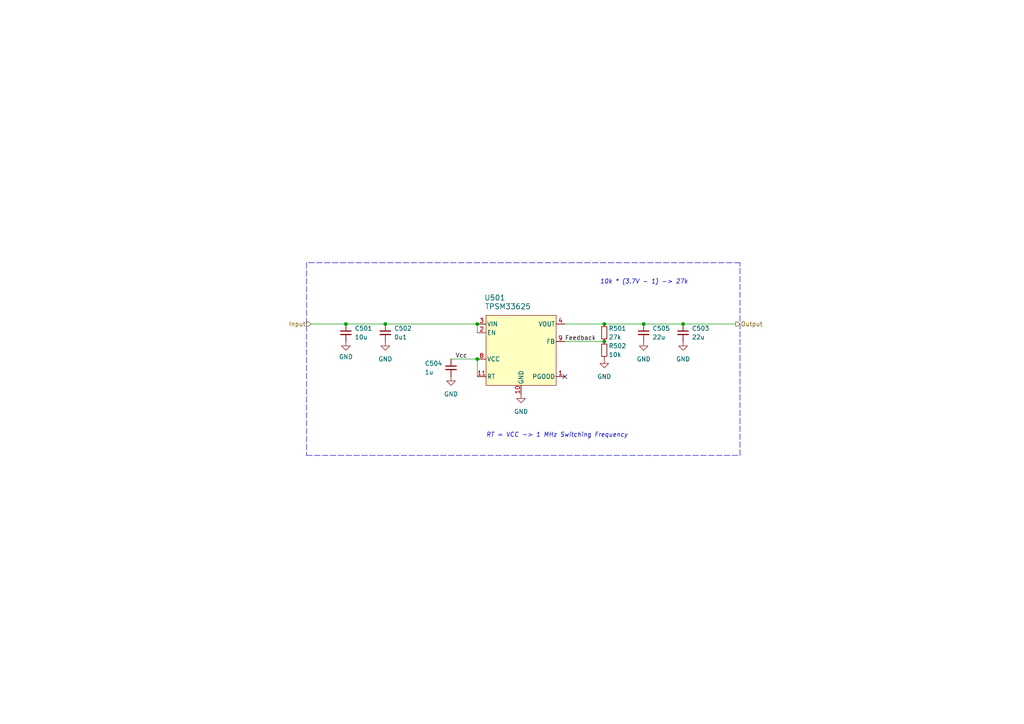
<source format=kicad_sch>
(kicad_sch (version 20231120) (generator "eeschema") (generator_version "8.0")
  (paper "A4")
  (title_block (title "Power Supply") (date "2024-03-28") (rev "3") (company "+3V7"))
  (lib_symbols
    (symbol "Device:C_Small" (pin_numbers hide) (pin_names (offset 0.254) hide)
      (property "Reference" "C" (at 0.254 1.778 0))
      (property "Value" "C_Small" (at 0.254 -2.032 0))
      (symbol "C_Small_0_1"
        (polyline (pts (xy -1.524 -0.508) (xy 1.524 -0.508)) (stroke (width 0.3302)))
        (polyline (pts (xy -1.524 0.508) (xy 1.524 0.508)) (stroke (width 0.3048)))
      )
      (symbol "C_Small_1_1"
        (pin passive line (at 0 2.54 270) (length 2.032) (name "~") (number "1"))
        (pin passive line (at 0 -2.54 90) (length 2.032) (name "~") (number "2"))
      )
    )
    (symbol "Device:R_Small" (pin_numbers hide) (pin_names (offset 0.254) hide)
      (property "Reference" "R" (at 0.762 0.508 0))
      (property "Value" "R_Small" (at 0.762 -1.016 0))
      (symbol "R_Small_0_1"
        (rectangle (start -0.762 1.778) (end 0.762 -1.778) (stroke (width 0.2032)))
      )
      (symbol "R_Small_1_1"
        (pin passive line (at 0 2.54 270) (length 0.762) (name "~") (number "1"))
        (pin passive line (at 0 -2.54 90) (length 0.762) (name "~") (number "2"))
      )
    )
    (symbol "V2_Converter_DCDC:TPSM33625" (pin_names (offset 0.254))
      (property "Reference" "U" (at -7.62 15.24 0))
      (property "Value" "TPSM33625" (at -7.62 12.7 0))
      (symbol "TPSM33625_0_1"
        (rectangle (start -10.16 10.16) (end 10.16 -10.16) (fill (type background)))
      )
      (symbol "TPSM33625_1_1"
        (pin output line (at 12.7 -7.62 180) (length 2.54) (name "PGOOD") (number "1"))
        (pin power_in line (at 0 -12.7 90) (length 2.54) (name "GND") (number "10"))
        (pin input line (at -12.7 -7.62 0) (length 2.54) (name "RT") (number "11"))
        (pin input line (at -12.7 5.08 0) (length 2.54) (name "EN") (number "2"))
        (pin power_in line (at -12.7 7.62 0) (length 2.54) (name "VIN") (number "3"))
        (pin power_out line (at 12.7 7.62 180) (length 2.54) (name "VOUT") (number "4"))
        (pin no_connect line (at 0 -30.48 180) (length 2.54) hide (name "SW") (number "5"))
        (pin no_connect line (at 0 -33.02 180) (length 2.54) hide (name "SW") (number "6"))
        (pin no_connect line (at 0 -27.94 180) (length 2.54) hide (name "BOOT") (number "7"))
        (pin output line (at -12.7 -2.54 0) (length 2.54) (name "VCC") (number "8"))
        (pin input line (at 12.7 2.54 180) (length 2.54) (name "FB") (number "9"))
      )
    )
    (symbol "power:GND" (power) (pin_numbers hide) (pin_names (offset 0) hide)
      (property "Value" "GND" (at 0 -3.81 0))
      (symbol "GND_0_1"
        (polyline (pts (xy 0 0) (xy 0 -1.27) (xy 1.27 -1.27) (xy 0 -2.54) (xy -1.27 -1.27) (xy 0 -1.27)))
      )
      (symbol "GND_1_1"
        (pin power_in line (at 0 0 270) (length 0) (name "~") (number "1"))
      )
    )
  )
  (junction (at 111.76 93.98))
  (junction (at 175.26 99.06))
  (junction (at 186.69 93.98))
  (junction (at 138.43 93.98))
  (junction (at 198.12 93.98))
  (junction (at 138.43 104.14))
  (junction (at 175.26 93.98))
  (junction (at 100.33 93.98))
  (no_connect (at 163.83 109.22))
  (polyline (pts (xy 88.9 132.08) (xy 214.63 132.08)) (stroke (width 0) (type dash)))
  (wire (pts (xy 198.12 93.98) (xy 213.36 93.98)))
  (wire (pts (xy 175.26 93.98) (xy 186.69 93.98)))
  (wire (pts (xy 90.17 93.98) (xy 100.33 93.98)))
  (polyline (pts (xy 214.63 132.08) (xy 214.63 76.2)) (stroke (width 0) (type dash)))
  (polyline (pts (xy 88.9 76.2) (xy 88.9 132.08)) (stroke (width 0) (type dash)))
  (wire (pts (xy 138.43 104.14) (xy 138.43 109.22)))
  (wire (pts (xy 130.81 104.14) (xy 138.43 104.14)))
  (wire (pts (xy 111.76 93.98) (xy 138.43 93.98)))
  (polyline (pts (xy 214.63 76.2) (xy 88.9 76.2)) (stroke (width 0) (type dash)))
  (wire (pts (xy 163.83 93.98) (xy 175.26 93.98)))
  (wire (pts (xy 100.33 93.98) (xy 111.76 93.98)))
  (wire (pts (xy 163.83 99.06) (xy 175.26 99.06)))
  (wire (pts (xy 186.69 93.98) (xy 198.12 93.98)))
  (wire (pts (xy 138.43 93.98) (xy 138.43 96.52)))
  (text "10k * (3.7V - 1) -> 27k" (at 173.99 82.55 0) (effects (font (size 1.27 1.27) (italic yes)) (justify left bottom)))
  (text "RT = VCC -> 1 MHz Switching Frequency" (at 140.97 127 0) (effects (font (size 1.27 1.27) (italic yes)) (justify left bottom)))
  (label "Feedback" (at 163.83 99.06 0))
  (label "Vcc" (at 132.08 104.14 0))
  (hierarchical_label "Input" (shape input) (at 90.17 93.98 180))
  (hierarchical_label "Output" (shape output) (at 213.36 93.98 0))
  (symbol (lib_id "power:GND") (at 186.69 99.06 0) (unit 1)
    (property "Reference" "#PWR0508" (effects (hide yes)))
    (property "Value" "GND" (at 186.69 104.14 0))
  )
  (symbol (lib_id "power:GND") (at 130.81 109.22 0) (unit 1)
    (property "Reference" "#PWR0506" (effects (hide yes)))
    (property "Value" "GND" (at 130.81 114.3 0))
  )
  (symbol (lib_id "Device:R_Small") (at 175.26 101.6 0) (unit 1)
    (property "Reference" "R502" (at 176.53 100.33 0) (effects (justify left)))
    (property "Value" "10k" (at 176.53 102.87 0) (effects (justify left)))
    (property "Footprint" "Resistor_SMD:R_0603_1608Metric" (effects (hide yes)))
  )
  (symbol (lib_id "V2_Converter_DCDC:TPSM33625") (at 151.13 101.6 0) (unit 1)
    (property "Reference" "U501" (at 143.51 86.36 0) (effects (font (size 1.524 1.524))))
    (property "Value" "TPSM33625" (at 147.32 88.9 0) (effects (font (size 1.524 1.524))))
    (property "Footprint" "V2_Converter_DCDC:TPSM33625" (effects (hide yes)))
  )
  (symbol (lib_id "Device:R_Small") (at 175.26 96.52 0) (unit 1)
    (property "Reference" "R501" (at 176.53 95.25 0) (effects (justify left)))
    (property "Value" "27k" (at 176.53 97.79 0) (effects (justify left)))
    (property "Footprint" "Resistor_SMD:R_0603_1608Metric" (effects (hide yes)))
  )
  (symbol (lib_id "power:GND") (at 175.26 104.14 0) (unit 1)
    (property "Reference" "#PWR0505" (effects (hide yes)))
    (property "Value" "GND" (at 175.26 109.22 0))
  )
  (symbol (lib_id "power:GND") (at 111.76 99.06 0) (unit 1)
    (property "Reference" "#PWR0503" (effects (hide yes)))
    (property "Value" "GND" (at 111.76 104.14 0))
  )
  (symbol (lib_id "Device:C_Small") (at 100.33 96.52 0) (unit 1)
    (property "Reference" "C501" (at 102.87 95.25 0) (effects (justify left)))
    (property "Value" "10u" (at 102.87 97.79 0) (effects (justify left)))
    (property "Footprint" "Capacitor_SMD:C_1210_3225Metric" (effects (hide yes)))
  )
  (symbol (lib_id "Device:C_Small") (at 130.81 106.68 0) (unit 1)
    (property "Reference" "C504" (at 123.19 105.41 0) (effects (justify left)))
    (property "Value" "1u" (at 123.19 107.95 0) (effects (justify left)))
    (property "Footprint" "Capacitor_SMD:C_0603_1608Metric" (effects (hide yes)))
  )
  (symbol (lib_id "Device:C_Small") (at 186.69 96.52 0) (unit 1)
    (property "Reference" "C505" (at 189.23 95.25 0) (effects (justify left)))
    (property "Value" "22u" (at 189.23 97.79 0) (effects (justify left)))
    (property "Footprint" "Capacitor_SMD:C_1210_3225Metric" (effects (hide yes)))
  )
  (symbol (lib_id "Device:C_Small") (at 111.76 96.52 0) (unit 1)
    (property "Reference" "C502" (at 114.3 95.25 0) (effects (justify left)))
    (property "Value" "0u1" (at 114.3 97.79 0) (effects (justify left)))
    (property "Footprint" "Capacitor_SMD:C_0603_1608Metric" (effects (hide yes)))
  )
  (symbol (lib_id "power:GND") (at 100.33 99.06 0) (unit 1)
    (property "Reference" "#PWR0502" (effects (hide yes)))
    (property "Value" "GND" (at 100.33 103.505 0))
  )
  (symbol (lib_id "power:GND") (at 198.12 99.06 0) (unit 1)
    (property "Reference" "#PWR0504" (effects (hide yes)))
    (property "Value" "GND" (at 198.12 104.14 0))
  )
  (symbol (lib_id "power:GND") (at 151.13 114.3 0) (unit 1)
    (property "Reference" "#PWR0507" (effects (hide yes)))
    (property "Value" "GND" (at 151.13 119.38 0))
  )
  (symbol (lib_id "Device:C_Small") (at 198.12 96.52 0) (unit 1)
    (property "Reference" "C503" (at 200.66 95.25 0) (effects (justify left)))
    (property "Value" "22u" (at 200.66 97.79 0) (effects (justify left)))
    (property "Footprint" "Capacitor_SMD:C_1210_3225Metric" (effects (hide yes)))
  )
)
</source>
